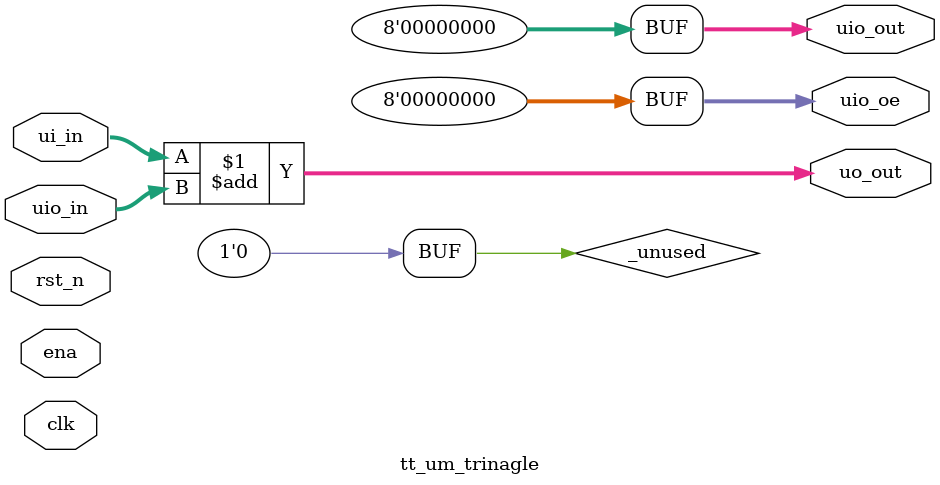
<source format=v>
/*
 * Copyright (c) 2024 Your Name
 * SPDX-License-Identifier: Apache-2.0
 */

`default_nettype none

module tt_um_trinagle (
    input  wire [7:0] ui_in,    // Dedicated inputs
    output wire [7:0] uo_out,   // Dedicated outputs
    input  wire [7:0] uio_in,   // IOs: Input path
    output wire [7:0] uio_out,  // IOs: Output path
    output wire [7:0] uio_oe,   // IOs: Enable path (active high: 0=input, 1=output)
    input  wire       ena,      // always 1 when the design is powered, so you can ignore it
    input  wire       clk,      // clock
    input  wire       rst_n     // reset_n - low to reset
);

  // All output pins must be assigned. If not used, assign to 0.
  assign uo_out  = ui_in + uio_in;  // Example: ou_out is the sum of ui_in and uio_in
  assign uio_out = 0;
  assign uio_oe  = 0;

  // List all unused inputs to prevent warnings
  wire _unused = &{ena, clk, rst_n, 1'b0};

endmodule

</source>
